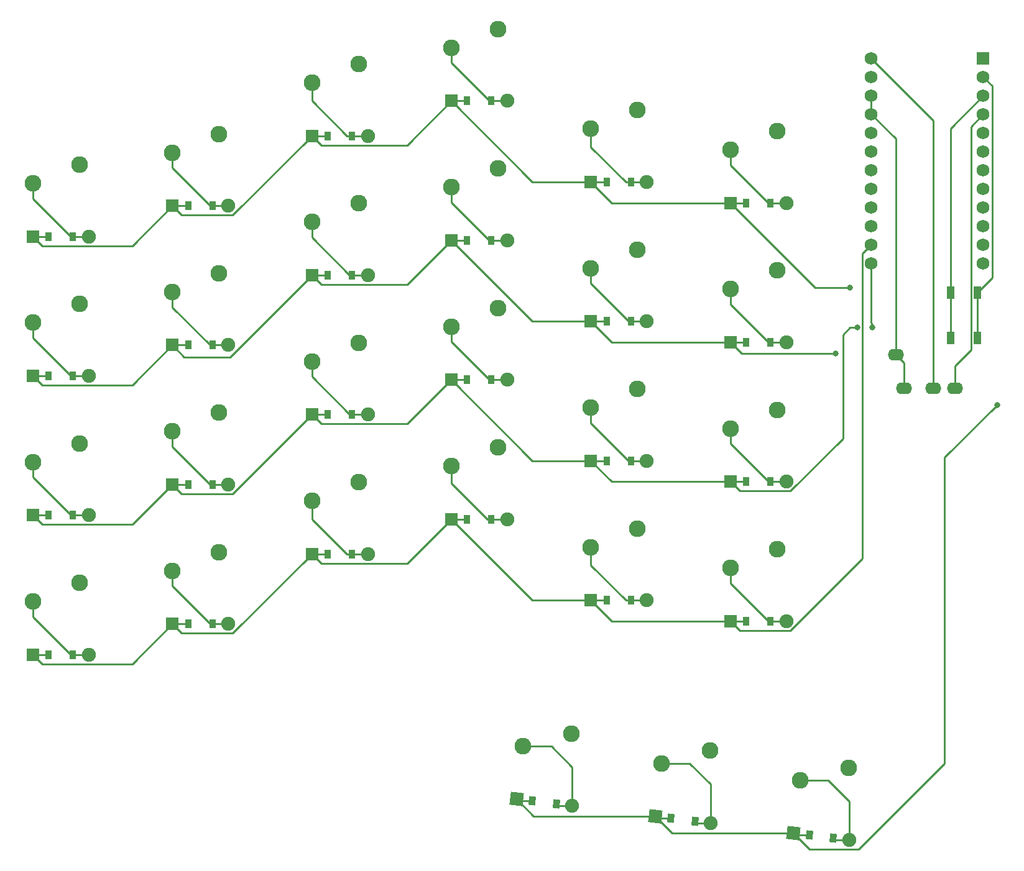
<source format=gbr>
%TF.GenerationSoftware,KiCad,Pcbnew,9.0.1*%
%TF.CreationDate,2025-06-02T17:16:12+02:00*%
%TF.ProjectId,pleiades_l,706c6569-6164-4657-935f-6c2e6b696361,v1.0.0*%
%TF.SameCoordinates,Original*%
%TF.FileFunction,Copper,L1,Top*%
%TF.FilePolarity,Positive*%
%FSLAX46Y46*%
G04 Gerber Fmt 4.6, Leading zero omitted, Abs format (unit mm)*
G04 Created by KiCad (PCBNEW 9.0.1) date 2025-06-02 17:16:12*
%MOMM*%
%LPD*%
G01*
G04 APERTURE LIST*
G04 Aperture macros list*
%AMRotRect*
0 Rectangle, with rotation*
0 The origin of the aperture is its center*
0 $1 length*
0 $2 width*
0 $3 Rotation angle, in degrees counterclockwise*
0 Add horizontal line*
21,1,$1,$2,0,0,$3*%
G04 Aperture macros list end*
%TA.AperFunction,ComponentPad*%
%ADD10C,2.286000*%
%TD*%
%TA.AperFunction,ComponentPad*%
%ADD11R,1.752600X1.752600*%
%TD*%
%TA.AperFunction,ComponentPad*%
%ADD12C,1.752600*%
%TD*%
%TA.AperFunction,SMDPad,CuDef*%
%ADD13R,0.900000X1.200000*%
%TD*%
%TA.AperFunction,ComponentPad*%
%ADD14R,1.778000X1.778000*%
%TD*%
%TA.AperFunction,ComponentPad*%
%ADD15C,1.905000*%
%TD*%
%TA.AperFunction,SMDPad,CuDef*%
%ADD16RotRect,0.900000X1.200000X353.000000*%
%TD*%
%TA.AperFunction,ComponentPad*%
%ADD17RotRect,1.778000X1.778000X353.000000*%
%TD*%
%TA.AperFunction,ComponentPad*%
%ADD18O,2.200000X1.600000*%
%TD*%
%TA.AperFunction,SMDPad,CuDef*%
%ADD19R,1.100000X1.800000*%
%TD*%
%TA.AperFunction,ViaPad*%
%ADD20C,0.800000*%
%TD*%
%TA.AperFunction,Conductor*%
%ADD21C,0.250000*%
%TD*%
G04 APERTURE END LIST*
D10*
%TO.P,S1,1*%
%TO.N,P2*%
X2540000Y2222500D03*
%TO.P,S1,2*%
%TO.N,inner_bot*%
X-3810000Y-317500D03*
%TD*%
%TO.P,S2,1*%
%TO.N,P2*%
X2540000Y21222500D03*
%TO.P,S2,2*%
%TO.N,inner_mid*%
X-3810000Y18682500D03*
%TD*%
%TO.P,S3,1*%
%TO.N,P2*%
X2540000Y40222500D03*
%TO.P,S3,2*%
%TO.N,inner_top*%
X-3810000Y37682500D03*
%TD*%
%TO.P,S4,1*%
%TO.N,P2*%
X2540000Y59222500D03*
%TO.P,S4,2*%
%TO.N,inner_num*%
X-3810000Y56682500D03*
%TD*%
%TO.P,S5,1*%
%TO.N,P3*%
X21540000Y6413500D03*
%TO.P,S5,2*%
%TO.N,pinky_bot*%
X15190000Y3873500D03*
%TD*%
%TO.P,S6,1*%
%TO.N,P3*%
X21540000Y25413500D03*
%TO.P,S6,2*%
%TO.N,pinky_mid*%
X15190000Y22873500D03*
%TD*%
%TO.P,S7,1*%
%TO.N,P3*%
X21540000Y44413500D03*
%TO.P,S7,2*%
%TO.N,pinky_top*%
X15190000Y41873500D03*
%TD*%
%TO.P,S8,1*%
%TO.N,P3*%
X21540000Y63413500D03*
%TO.P,S8,2*%
%TO.N,pinky_num*%
X15190000Y60873500D03*
%TD*%
%TO.P,S9,1*%
%TO.N,P4*%
X40540000Y15938500D03*
%TO.P,S9,2*%
%TO.N,ring_bot*%
X34190000Y13398500D03*
%TD*%
%TO.P,S10,1*%
%TO.N,P4*%
X40540000Y34938500D03*
%TO.P,S10,2*%
%TO.N,ring_mid*%
X34190000Y32398500D03*
%TD*%
%TO.P,S11,1*%
%TO.N,P4*%
X40540000Y53938500D03*
%TO.P,S11,2*%
%TO.N,ring_top*%
X34190000Y51398500D03*
%TD*%
%TO.P,S12,1*%
%TO.N,P4*%
X40540000Y72938500D03*
%TO.P,S12,2*%
%TO.N,ring_num*%
X34190000Y70398500D03*
%TD*%
%TO.P,S13,1*%
%TO.N,P5*%
X59540000Y20701000D03*
%TO.P,S13,2*%
%TO.N,middle_bot*%
X53190000Y18161000D03*
%TD*%
%TO.P,S14,1*%
%TO.N,P5*%
X59540000Y39701000D03*
%TO.P,S14,2*%
%TO.N,middle_mid*%
X53190000Y37161000D03*
%TD*%
%TO.P,S15,1*%
%TO.N,P5*%
X59540000Y58701000D03*
%TO.P,S15,2*%
%TO.N,middle_top*%
X53190000Y56161000D03*
%TD*%
%TO.P,S16,1*%
%TO.N,P5*%
X59540000Y77701000D03*
%TO.P,S16,2*%
%TO.N,middle_num*%
X53190000Y75161000D03*
%TD*%
%TO.P,S17,1*%
%TO.N,P6*%
X78540000Y9652000D03*
%TO.P,S17,2*%
%TO.N,point_bot*%
X72190000Y7112000D03*
%TD*%
%TO.P,S18,1*%
%TO.N,P6*%
X78540000Y28652000D03*
%TO.P,S18,2*%
%TO.N,point_mid*%
X72190000Y26112000D03*
%TD*%
%TO.P,S19,1*%
%TO.N,P6*%
X78540000Y47652000D03*
%TO.P,S19,2*%
%TO.N,point_top*%
X72190000Y45112000D03*
%TD*%
%TO.P,S20,1*%
%TO.N,P6*%
X78540000Y66652000D03*
%TO.P,S20,2*%
%TO.N,point_num*%
X72190000Y64112000D03*
%TD*%
%TO.P,S21,1*%
%TO.N,P7*%
X97540000Y6794500D03*
%TO.P,S21,2*%
%TO.N,pointfar_bot*%
X91190000Y4254500D03*
%TD*%
%TO.P,S22,1*%
%TO.N,P7*%
X97540000Y25794500D03*
%TO.P,S22,2*%
%TO.N,pointfar_mid*%
X91190000Y23254500D03*
%TD*%
%TO.P,S23,1*%
%TO.N,P7*%
X97540000Y44794500D03*
%TO.P,S23,2*%
%TO.N,pointfar_top*%
X91190000Y42254500D03*
%TD*%
%TO.P,S24,1*%
%TO.N,P7*%
X97540000Y63794500D03*
%TO.P,S24,2*%
%TO.N,pointfar_num*%
X91190000Y61254500D03*
%TD*%
%TO.P,S25,1*%
%TO.N,P5*%
X69565163Y-18317914D03*
%TO.P,S25,2*%
%TO.N,alt_main*%
X62952947Y-20065111D03*
%TD*%
%TO.P,S26,1*%
%TO.N,P6*%
X88423540Y-20633431D03*
%TO.P,S26,2*%
%TO.N,mod_main*%
X81811324Y-22380628D03*
%TD*%
%TO.P,S27,1*%
%TO.N,P7*%
X107281917Y-22948949D03*
%TO.P,S27,2*%
%TO.N,space_main*%
X100669701Y-24696146D03*
%TD*%
D11*
%TO.P,MCU1,1*%
%TO.N,RAW*%
X125620000Y73684500D03*
D12*
%TO.P,MCU1,2*%
%TO.N,GND*%
X125620000Y71144500D03*
%TO.P,MCU1,3*%
%TO.N,RST*%
X125620000Y68604500D03*
%TO.P,MCU1,4*%
%TO.N,VCC*%
X125620000Y66064500D03*
%TO.P,MCU1,5*%
%TO.N,P21*%
X125620000Y63524500D03*
%TO.P,MCU1,6*%
%TO.N,P20*%
X125620000Y60984500D03*
%TO.P,MCU1,7*%
%TO.N,P19*%
X125620000Y58444500D03*
%TO.P,MCU1,8*%
%TO.N,P18*%
X125620000Y55904500D03*
%TO.P,MCU1,9*%
%TO.N,P15*%
X125620000Y53364500D03*
%TO.P,MCU1,10*%
%TO.N,P14*%
X125620000Y50824500D03*
%TO.P,MCU1,11*%
%TO.N,P16*%
X125620000Y48284500D03*
%TO.P,MCU1,12*%
%TO.N,P10*%
X125620000Y45744500D03*
%TO.P,MCU1,13*%
%TO.N,P1*%
X110380000Y73684500D03*
%TO.P,MCU1,14*%
%TO.N,P0*%
X110380000Y71144500D03*
%TO.P,MCU1,15*%
%TO.N,GND*%
X110380000Y68604500D03*
%TO.P,MCU1,16*%
X110380000Y66064500D03*
%TO.P,MCU1,17*%
%TO.N,P2*%
X110380000Y63524500D03*
%TO.P,MCU1,18*%
%TO.N,P3*%
X110380000Y60984500D03*
%TO.P,MCU1,19*%
%TO.N,P4*%
X110380000Y58444500D03*
%TO.P,MCU1,20*%
%TO.N,P5*%
X110380000Y55904500D03*
%TO.P,MCU1,21*%
%TO.N,P6*%
X110380000Y53364500D03*
%TO.P,MCU1,22*%
%TO.N,P7*%
X110380000Y50824500D03*
%TO.P,MCU1,23*%
%TO.N,P8*%
X110380000Y48284500D03*
%TO.P,MCU1,24*%
%TO.N,P9*%
X110380000Y45744500D03*
%TD*%
D13*
%TO.P,D1,1*%
%TO.N,P8*%
X-1650000Y-7557500D03*
%TO.P,D1,2*%
%TO.N,inner_bot*%
X1650000Y-7557500D03*
D14*
%TO.P,D1,1*%
%TO.N,P8*%
X-3810000Y-7557500D03*
D15*
%TO.P,D1,2*%
%TO.N,inner_bot*%
X3810000Y-7557500D03*
%TD*%
D13*
%TO.P,D2,1*%
%TO.N,P9*%
X-1650000Y11442500D03*
%TO.P,D2,2*%
%TO.N,inner_mid*%
X1650000Y11442500D03*
D14*
%TO.P,D2,1*%
%TO.N,P9*%
X-3810000Y11442500D03*
D15*
%TO.P,D2,2*%
%TO.N,inner_mid*%
X3810000Y11442500D03*
%TD*%
D13*
%TO.P,D3,1*%
%TO.N,P10*%
X-1650000Y30442500D03*
%TO.P,D3,2*%
%TO.N,inner_top*%
X1650000Y30442500D03*
D14*
%TO.P,D3,1*%
%TO.N,P10*%
X-3810000Y30442500D03*
D15*
%TO.P,D3,2*%
%TO.N,inner_top*%
X3810000Y30442500D03*
%TD*%
D13*
%TO.P,D4,1*%
%TO.N,P16*%
X-1650000Y49442500D03*
%TO.P,D4,2*%
%TO.N,inner_num*%
X1650000Y49442500D03*
D14*
%TO.P,D4,1*%
%TO.N,P16*%
X-3810000Y49442500D03*
D15*
%TO.P,D4,2*%
%TO.N,inner_num*%
X3810000Y49442500D03*
%TD*%
D13*
%TO.P,D5,1*%
%TO.N,P8*%
X17350000Y-3366500D03*
%TO.P,D5,2*%
%TO.N,pinky_bot*%
X20650000Y-3366500D03*
D14*
%TO.P,D5,1*%
%TO.N,P8*%
X15190000Y-3366500D03*
D15*
%TO.P,D5,2*%
%TO.N,pinky_bot*%
X22810000Y-3366500D03*
%TD*%
D13*
%TO.P,D6,1*%
%TO.N,P9*%
X17350000Y15633500D03*
%TO.P,D6,2*%
%TO.N,pinky_mid*%
X20650000Y15633500D03*
D14*
%TO.P,D6,1*%
%TO.N,P9*%
X15190000Y15633500D03*
D15*
%TO.P,D6,2*%
%TO.N,pinky_mid*%
X22810000Y15633500D03*
%TD*%
D13*
%TO.P,D7,1*%
%TO.N,P10*%
X17350000Y34633500D03*
%TO.P,D7,2*%
%TO.N,pinky_top*%
X20650000Y34633500D03*
D14*
%TO.P,D7,1*%
%TO.N,P10*%
X15190000Y34633500D03*
D15*
%TO.P,D7,2*%
%TO.N,pinky_top*%
X22810000Y34633500D03*
%TD*%
D13*
%TO.P,D8,1*%
%TO.N,P16*%
X17350000Y53633500D03*
%TO.P,D8,2*%
%TO.N,pinky_num*%
X20650000Y53633500D03*
D14*
%TO.P,D8,1*%
%TO.N,P16*%
X15190000Y53633500D03*
D15*
%TO.P,D8,2*%
%TO.N,pinky_num*%
X22810000Y53633500D03*
%TD*%
D13*
%TO.P,D9,1*%
%TO.N,P8*%
X36350000Y6158500D03*
%TO.P,D9,2*%
%TO.N,ring_bot*%
X39650000Y6158500D03*
D14*
%TO.P,D9,1*%
%TO.N,P8*%
X34190000Y6158500D03*
D15*
%TO.P,D9,2*%
%TO.N,ring_bot*%
X41810000Y6158500D03*
%TD*%
D13*
%TO.P,D10,1*%
%TO.N,P9*%
X36350000Y25158500D03*
%TO.P,D10,2*%
%TO.N,ring_mid*%
X39650000Y25158500D03*
D14*
%TO.P,D10,1*%
%TO.N,P9*%
X34190000Y25158500D03*
D15*
%TO.P,D10,2*%
%TO.N,ring_mid*%
X41810000Y25158500D03*
%TD*%
D13*
%TO.P,D11,1*%
%TO.N,P10*%
X36350000Y44158500D03*
%TO.P,D11,2*%
%TO.N,ring_top*%
X39650000Y44158500D03*
D14*
%TO.P,D11,1*%
%TO.N,P10*%
X34190000Y44158500D03*
D15*
%TO.P,D11,2*%
%TO.N,ring_top*%
X41810000Y44158500D03*
%TD*%
D13*
%TO.P,D12,1*%
%TO.N,P16*%
X36350000Y63158500D03*
%TO.P,D12,2*%
%TO.N,ring_num*%
X39650000Y63158500D03*
D14*
%TO.P,D12,1*%
%TO.N,P16*%
X34190000Y63158500D03*
D15*
%TO.P,D12,2*%
%TO.N,ring_num*%
X41810000Y63158500D03*
%TD*%
D13*
%TO.P,D13,1*%
%TO.N,P8*%
X55350000Y10921000D03*
%TO.P,D13,2*%
%TO.N,middle_bot*%
X58650000Y10921000D03*
D14*
%TO.P,D13,1*%
%TO.N,P8*%
X53190000Y10921000D03*
D15*
%TO.P,D13,2*%
%TO.N,middle_bot*%
X60810000Y10921000D03*
%TD*%
D13*
%TO.P,D14,1*%
%TO.N,P9*%
X55350000Y29921000D03*
%TO.P,D14,2*%
%TO.N,middle_mid*%
X58650000Y29921000D03*
D14*
%TO.P,D14,1*%
%TO.N,P9*%
X53190000Y29921000D03*
D15*
%TO.P,D14,2*%
%TO.N,middle_mid*%
X60810000Y29921000D03*
%TD*%
D13*
%TO.P,D15,1*%
%TO.N,P10*%
X55350000Y48921000D03*
%TO.P,D15,2*%
%TO.N,middle_top*%
X58650000Y48921000D03*
D14*
%TO.P,D15,1*%
%TO.N,P10*%
X53190000Y48921000D03*
D15*
%TO.P,D15,2*%
%TO.N,middle_top*%
X60810000Y48921000D03*
%TD*%
D13*
%TO.P,D16,1*%
%TO.N,P16*%
X55350000Y67921000D03*
%TO.P,D16,2*%
%TO.N,middle_num*%
X58650000Y67921000D03*
D14*
%TO.P,D16,1*%
%TO.N,P16*%
X53190000Y67921000D03*
D15*
%TO.P,D16,2*%
%TO.N,middle_num*%
X60810000Y67921000D03*
%TD*%
D13*
%TO.P,D17,1*%
%TO.N,P8*%
X74350000Y-128000D03*
%TO.P,D17,2*%
%TO.N,point_bot*%
X77650000Y-128000D03*
D14*
%TO.P,D17,1*%
%TO.N,P8*%
X72190000Y-128000D03*
D15*
%TO.P,D17,2*%
%TO.N,point_bot*%
X79810000Y-128000D03*
%TD*%
D13*
%TO.P,D18,1*%
%TO.N,P9*%
X74350000Y18872000D03*
%TO.P,D18,2*%
%TO.N,point_mid*%
X77650000Y18872000D03*
D14*
%TO.P,D18,1*%
%TO.N,P9*%
X72190000Y18872000D03*
D15*
%TO.P,D18,2*%
%TO.N,point_mid*%
X79810000Y18872000D03*
%TD*%
D13*
%TO.P,D19,1*%
%TO.N,P10*%
X74350000Y37872000D03*
%TO.P,D19,2*%
%TO.N,point_top*%
X77650000Y37872000D03*
D14*
%TO.P,D19,1*%
%TO.N,P10*%
X72190000Y37872000D03*
D15*
%TO.P,D19,2*%
%TO.N,point_top*%
X79810000Y37872000D03*
%TD*%
D13*
%TO.P,D20,1*%
%TO.N,P16*%
X74350000Y56872000D03*
%TO.P,D20,2*%
%TO.N,point_num*%
X77650000Y56872000D03*
D14*
%TO.P,D20,1*%
%TO.N,P16*%
X72190000Y56872000D03*
D15*
%TO.P,D20,2*%
%TO.N,point_num*%
X79810000Y56872000D03*
%TD*%
D13*
%TO.P,D21,1*%
%TO.N,P8*%
X93350000Y-2985500D03*
%TO.P,D21,2*%
%TO.N,pointfar_bot*%
X96650000Y-2985500D03*
D14*
%TO.P,D21,1*%
%TO.N,P8*%
X91190000Y-2985500D03*
D15*
%TO.P,D21,2*%
%TO.N,pointfar_bot*%
X98810000Y-2985500D03*
%TD*%
D13*
%TO.P,D22,1*%
%TO.N,P9*%
X93350000Y16014500D03*
%TO.P,D22,2*%
%TO.N,pointfar_mid*%
X96650000Y16014500D03*
D14*
%TO.P,D22,1*%
%TO.N,P9*%
X91190000Y16014500D03*
D15*
%TO.P,D22,2*%
%TO.N,pointfar_mid*%
X98810000Y16014500D03*
%TD*%
D13*
%TO.P,D23,1*%
%TO.N,P10*%
X93350000Y35014500D03*
%TO.P,D23,2*%
%TO.N,pointfar_top*%
X96650000Y35014500D03*
D14*
%TO.P,D23,1*%
%TO.N,P10*%
X91190000Y35014500D03*
D15*
%TO.P,D23,2*%
%TO.N,pointfar_top*%
X98810000Y35014500D03*
%TD*%
D13*
%TO.P,D24,1*%
%TO.N,P16*%
X93350000Y54014500D03*
%TO.P,D24,2*%
%TO.N,pointfar_num*%
X96650000Y54014500D03*
D14*
%TO.P,D24,1*%
%TO.N,P16*%
X91190000Y54014500D03*
D15*
%TO.P,D24,2*%
%TO.N,pointfar_num*%
X98810000Y54014500D03*
%TD*%
D16*
%TO.P,D25,1*%
%TO.N,P14*%
X64214513Y-27514383D03*
%TO.P,D25,2*%
%TO.N,alt_main*%
X67489915Y-27916551D03*
D17*
%TO.P,D25,1*%
%TO.N,P14*%
X62070613Y-27251145D03*
D15*
%TO.P,D25,2*%
%TO.N,alt_main*%
X69633815Y-28179789D03*
%TD*%
D16*
%TO.P,D26,1*%
%TO.N,P14*%
X83072890Y-29829900D03*
%TO.P,D26,2*%
%TO.N,mod_main*%
X86348292Y-30232068D03*
D17*
%TO.P,D26,1*%
%TO.N,P14*%
X80928990Y-29566662D03*
D15*
%TO.P,D26,2*%
%TO.N,mod_main*%
X88492192Y-30495306D03*
%TD*%
D16*
%TO.P,D27,1*%
%TO.N,P14*%
X101931267Y-32145418D03*
%TO.P,D27,2*%
%TO.N,space_main*%
X105206669Y-32547586D03*
D17*
%TO.P,D27,1*%
%TO.N,P14*%
X99787367Y-31882180D03*
D15*
%TO.P,D27,2*%
%TO.N,space_main*%
X107350569Y-32810824D03*
%TD*%
D18*
%TO.P,TRRS1,1*%
%TO.N,GND*%
X113700000Y33314500D03*
%TO.P,TRRS1,2*%
X114800000Y28714500D03*
%TO.P,TRRS1,3*%
%TO.N,P1*%
X118800000Y28714500D03*
%TO.P,TRRS1,4*%
%TO.N,VCC*%
X121800000Y28714500D03*
%TD*%
D19*
%TO.P,B1,1*%
%TO.N,RST*%
X121150000Y35614500D03*
X121150000Y41814500D03*
%TO.P,B1,2*%
%TO.N,GND*%
X124850000Y35614500D03*
X124850000Y41814500D03*
%TD*%
D20*
%TO.N,P16*%
X107500000Y42500000D03*
%TO.N,P10*%
X105500000Y33500000D03*
%TO.N,P9*%
X110500000Y37000000D03*
X108452700Y37000000D03*
%TO.N,P14*%
X127500000Y26500000D03*
%TD*%
D21*
%TO.N,GND*%
X110380000Y66064500D02*
X110380000Y68604500D01*
X113700000Y33314500D02*
X113700000Y62744500D01*
X113700000Y62744500D02*
X110380000Y66064500D01*
%TO.N,P16*%
X102704500Y42500000D02*
X107500000Y42500000D01*
X91190000Y54014500D02*
X102704500Y42500000D01*
%TO.N,P10*%
X91190000Y35014500D02*
X92704500Y33500000D01*
X92704500Y33500000D02*
X105500000Y33500000D01*
%TO.N,P9*%
X110500000Y37500000D02*
X110380000Y37620000D01*
X110500000Y37000000D02*
X110500000Y37500000D01*
X110380000Y37620000D02*
X110380000Y45744500D01*
X106500000Y36000000D02*
X107500000Y37000000D01*
X106500000Y21896427D02*
X106500000Y36000000D01*
X99339573Y14736000D02*
X106500000Y21896427D01*
X107500000Y37000000D02*
X108452700Y37000000D01*
X92468500Y14736000D02*
X99339573Y14736000D01*
X91190000Y16014500D02*
X92468500Y14736000D01*
%TO.N,P8*%
X109177700Y47082200D02*
X110380000Y48284500D01*
X109177700Y5574127D02*
X109177700Y47082200D01*
X92468500Y-4264000D02*
X99339573Y-4264000D01*
X99339573Y-4264000D02*
X109177700Y5574127D01*
X91190000Y-2985500D02*
X92468500Y-4264000D01*
%TO.N,P14*%
X120325292Y19325292D02*
X127500000Y26500000D01*
X120325292Y-22385245D02*
X120325292Y19325292D01*
X108621213Y-34089324D02*
X120325292Y-22385245D01*
X101994511Y-34089324D02*
X108621213Y-34089324D01*
X99787367Y-31882180D02*
X101994511Y-34089324D01*
%TO.N,P8*%
X75047500Y-2985500D02*
X91190000Y-2985500D01*
X72190000Y-128000D02*
X75047500Y-2985500D01*
X64239000Y-128000D02*
X72190000Y-128000D01*
X53190000Y10921000D02*
X64239000Y-128000D01*
X35468500Y4880000D02*
X47149000Y4880000D01*
X47149000Y4880000D02*
X53190000Y10921000D01*
X34190000Y6158500D02*
X35468500Y4880000D01*
X23386500Y-4645000D02*
X34190000Y6158500D01*
X16468500Y-4645000D02*
X23386500Y-4645000D01*
X15190000Y-3366500D02*
X16468500Y-4645000D01*
X-2531500Y-8836000D02*
X9720500Y-8836000D01*
X-3810000Y-7557500D02*
X-2531500Y-8836000D01*
X9720500Y-8836000D02*
X15190000Y-3366500D01*
%TO.N,P9*%
X75047500Y16014500D02*
X91190000Y16014500D01*
X72190000Y18872000D02*
X75047500Y16014500D01*
X53190000Y29921000D02*
X64239000Y18872000D01*
X64239000Y18872000D02*
X72190000Y18872000D01*
X47149000Y23880000D02*
X53190000Y29921000D01*
X35468500Y23880000D02*
X47149000Y23880000D01*
X34190000Y25158500D02*
X35468500Y23880000D01*
X23386500Y14355000D02*
X34190000Y25158500D01*
X16468500Y14355000D02*
X23386500Y14355000D01*
X15190000Y15633500D02*
X16468500Y14355000D01*
X9720500Y10164000D02*
X15190000Y15633500D01*
X-2531500Y10164000D02*
X9720500Y10164000D01*
X-3810000Y11442500D02*
X-2531500Y10164000D01*
%TO.N,P10*%
X75047500Y35014500D02*
X91190000Y35014500D01*
X72190000Y37872000D02*
X75047500Y35014500D01*
X64239000Y37872000D02*
X72190000Y37872000D01*
X53190000Y48921000D02*
X64239000Y37872000D01*
X35468500Y42880000D02*
X47149000Y42880000D01*
X34190000Y44158500D02*
X35468500Y42880000D01*
X47149000Y42880000D02*
X53190000Y48921000D01*
X16816520Y33006980D02*
X23038480Y33006980D01*
X15190000Y34633500D02*
X16816520Y33006980D01*
X23038480Y33006980D02*
X34190000Y44158500D01*
X9720500Y29164000D02*
X15190000Y34633500D01*
X-2531500Y29164000D02*
X9720500Y29164000D01*
X-3810000Y30442500D02*
X-2531500Y29164000D01*
%TO.N,P16*%
X75047500Y54014500D02*
X91190000Y54014500D01*
X72190000Y56872000D02*
X75047500Y54014500D01*
X64239000Y56872000D02*
X72190000Y56872000D01*
X53190000Y67921000D02*
X64239000Y56872000D01*
X47149000Y61880000D02*
X53190000Y67921000D01*
X35468500Y61880000D02*
X47149000Y61880000D01*
X34190000Y63158500D02*
X35468500Y61880000D01*
X16468500Y52355000D02*
X23386500Y52355000D01*
X15190000Y53633500D02*
X16468500Y52355000D01*
X23386500Y52355000D02*
X34190000Y63158500D01*
X9720500Y48164000D02*
X15190000Y53633500D01*
X-2531500Y48164000D02*
X9720500Y48164000D01*
X-3810000Y49442500D02*
X-2531500Y48164000D01*
%TO.N,P14*%
X80928990Y-29566662D02*
X83244508Y-31882180D01*
X83244508Y-31882180D02*
X99787367Y-31882180D01*
X62070613Y-27251145D02*
X64386130Y-29566662D01*
X64386130Y-29566662D02*
X80928990Y-29566662D01*
%TO.N,space_main*%
X105469907Y-32810824D02*
X105206669Y-32547586D01*
X107350569Y-32810824D02*
X105469907Y-32810824D01*
%TO.N,mod_main*%
X86611530Y-30495306D02*
X86348292Y-30232068D01*
X88492192Y-30495306D02*
X86611530Y-30495306D01*
%TO.N,alt_main*%
X67753153Y-28179789D02*
X67489915Y-27916551D01*
X69633815Y-28179789D02*
X67753153Y-28179789D01*
X66791156Y-20065111D02*
X69633815Y-22907770D01*
X69633815Y-22907770D02*
X69633815Y-28179789D01*
X62952947Y-20065111D02*
X66791156Y-20065111D01*
%TO.N,space_main*%
X107350569Y-27538805D02*
X107350569Y-32810824D01*
X104507910Y-24696146D02*
X107350569Y-27538805D01*
X100669701Y-24696146D02*
X104507910Y-24696146D01*
%TO.N,mod_main*%
X88492192Y-25223287D02*
X88492192Y-30495306D01*
X81811324Y-22380628D02*
X85649533Y-22380628D01*
X85649533Y-22380628D02*
X88492192Y-25223287D01*
%TO.N,P14*%
X100050605Y-32145418D02*
X99787367Y-31882180D01*
X101931267Y-32145418D02*
X100050605Y-32145418D01*
X81192228Y-29829900D02*
X80928990Y-29566662D01*
X83072890Y-29829900D02*
X81192228Y-29829900D01*
X62333851Y-27514383D02*
X62070613Y-27251145D01*
X64214513Y-27514383D02*
X62333851Y-27514383D01*
%TO.N,P8*%
X-3810000Y-7557500D02*
X-1650000Y-7557500D01*
X17350000Y-3366500D02*
X15190000Y-3366500D01*
X74350000Y-128000D02*
X72190000Y-128000D01*
X93350000Y-2985500D02*
X91190000Y-2985500D01*
%TO.N,P9*%
X93350000Y16014500D02*
X91190000Y16014500D01*
X74350000Y18872000D02*
X72190000Y18872000D01*
%TO.N,P8*%
X55350000Y10921000D02*
X53190000Y10921000D01*
X36350000Y6158500D02*
X34190000Y6158500D01*
%TO.N,P9*%
X17350000Y15633500D02*
X15190000Y15633500D01*
X-1650000Y11442500D02*
X-3810000Y11442500D01*
%TO.N,P10*%
X-1650000Y30442500D02*
X-3810000Y30442500D01*
X17350000Y34633500D02*
X15190000Y34633500D01*
X55350000Y48921000D02*
X53190000Y48921000D01*
X36350000Y44158500D02*
X34190000Y44158500D01*
%TO.N,P9*%
X36350000Y25158500D02*
X34190000Y25158500D01*
X55350000Y29921000D02*
X53190000Y29921000D01*
%TO.N,P10*%
X74350000Y37872000D02*
X72190000Y37872000D01*
X93350000Y35014500D02*
X91190000Y35014500D01*
%TO.N,P16*%
X93350000Y54014500D02*
X91190000Y54014500D01*
X74350000Y56872000D02*
X72190000Y56872000D01*
X55350000Y67921000D02*
X53190000Y67921000D01*
X36350000Y63158500D02*
X34190000Y63158500D01*
X17350000Y53633500D02*
X15190000Y53633500D01*
X-1650000Y49442500D02*
X-3810000Y49442500D01*
%TO.N,VCC*%
X123974000Y64418500D02*
X125620000Y66064500D01*
X123974000Y33974000D02*
X123974000Y64418500D01*
X121800000Y31800000D02*
X123974000Y33974000D01*
X121800000Y28714500D02*
X121800000Y31800000D01*
%TO.N,P1*%
X118800000Y65264500D02*
X110380000Y73684500D01*
X118800000Y28714500D02*
X118800000Y65264500D01*
%TO.N,GND*%
X126822300Y69942200D02*
X125620000Y71144500D01*
X126822300Y43786800D02*
X126822300Y69942200D01*
X124850000Y41814500D02*
X126822300Y43786800D01*
%TO.N,RST*%
X121150000Y64134500D02*
X125620000Y68604500D01*
X121150000Y41814500D02*
X121150000Y64134500D01*
X121150000Y35614500D02*
X121150000Y41814500D01*
%TO.N,GND*%
X114800000Y32214500D02*
X113700000Y33314500D01*
X114800000Y28714500D02*
X114800000Y32214500D01*
X124850000Y35614500D02*
X124850000Y41814500D01*
%TO.N,point_bot*%
X72190000Y7112000D02*
X72190000Y4632000D01*
X72190000Y4632000D02*
X76950000Y-128000D01*
X76950000Y-128000D02*
X79810000Y-128000D01*
%TO.N,pointfar_bot*%
X96348455Y-2985500D02*
X98810000Y-2985500D01*
X91190000Y4254500D02*
X91190000Y2172955D01*
X91190000Y2172955D02*
X96348455Y-2985500D01*
%TO.N,space_main*%
X107087331Y-32547586D02*
X107350569Y-32810824D01*
%TO.N,mod_main*%
X88228954Y-30232068D02*
X88492192Y-30495306D01*
%TO.N,alt_main*%
X69370577Y-27916551D02*
X69633815Y-28179789D01*
%TO.N,pinky_bot*%
X20348455Y-3366500D02*
X22810000Y-3366500D01*
X15190000Y1791955D02*
X20348455Y-3366500D01*
X15190000Y3873500D02*
X15190000Y1791955D01*
%TO.N,inner_bot*%
X1348455Y-7557500D02*
X3810000Y-7557500D01*
X-3810000Y-2399045D02*
X1348455Y-7557500D01*
X-3810000Y-317500D02*
X-3810000Y-2399045D01*
%TO.N,inner_mid*%
X1348455Y11442500D02*
X3810000Y11442500D01*
X-3810000Y16600955D02*
X1348455Y11442500D01*
X-3810000Y18682500D02*
X-3810000Y16600955D01*
%TO.N,middle_mid*%
X58348455Y29921000D02*
X60810000Y29921000D01*
X53190000Y35079455D02*
X58348455Y29921000D01*
X53190000Y37161000D02*
X53190000Y35079455D01*
%TO.N,ring_mid*%
X39348455Y25158500D02*
X41810000Y25158500D01*
X34190000Y30316955D02*
X39348455Y25158500D01*
X34190000Y32398500D02*
X34190000Y30316955D01*
%TO.N,pinky_mid*%
X20348455Y15633500D02*
X22810000Y15633500D01*
X15190000Y20791955D02*
X20348455Y15633500D01*
X15190000Y22873500D02*
X15190000Y20791955D01*
%TO.N,ring_bot*%
X38950000Y6158500D02*
X41810000Y6158500D01*
X34190000Y10918500D02*
X38950000Y6158500D01*
X34190000Y13398500D02*
X34190000Y10918500D01*
%TO.N,middle_bot*%
X58079000Y10921000D02*
X60810000Y10921000D01*
X53190000Y15810000D02*
X58079000Y10921000D01*
X53190000Y18161000D02*
X53190000Y15810000D01*
%TO.N,point_mid*%
X77348455Y18872000D02*
X79810000Y18872000D01*
X72190000Y24030455D02*
X77348455Y18872000D01*
X72190000Y26112000D02*
X72190000Y24030455D01*
%TO.N,pointfar_mid*%
X91190000Y21172955D02*
X96348455Y16014500D01*
X91190000Y23254500D02*
X91190000Y21172955D01*
X96348455Y16014500D02*
X98810000Y16014500D01*
%TO.N,pointfar_top*%
X96348455Y35014500D02*
X98810000Y35014500D01*
X91190000Y40172955D02*
X96348455Y35014500D01*
X91190000Y42254500D02*
X91190000Y40172955D01*
%TO.N,point_top*%
X77348455Y37872000D02*
X79810000Y37872000D01*
X72190000Y43030455D02*
X77348455Y37872000D01*
X72190000Y45112000D02*
X72190000Y43030455D01*
%TO.N,middle_top*%
X53190000Y54079455D02*
X58348455Y48921000D01*
X53190000Y56161000D02*
X53190000Y54079455D01*
X58348455Y48921000D02*
X60810000Y48921000D01*
%TO.N,ring_top*%
X39348455Y44158500D02*
X41810000Y44158500D01*
X34190000Y49316955D02*
X39348455Y44158500D01*
X34190000Y51398500D02*
X34190000Y49316955D01*
%TO.N,pinky_top*%
X20348455Y34633500D02*
X22810000Y34633500D01*
X15190000Y39791955D02*
X20348455Y34633500D01*
X15190000Y41873500D02*
X15190000Y39791955D01*
%TO.N,inner_top*%
X1348455Y30442500D02*
X3810000Y30442500D01*
X-3810000Y35600955D02*
X1348455Y30442500D01*
X-3810000Y37682500D02*
X-3810000Y35600955D01*
%TO.N,pointfar_num*%
X96348455Y54014500D02*
X98810000Y54014500D01*
X91190000Y59172955D02*
X96348455Y54014500D01*
X91190000Y61254500D02*
X91190000Y59172955D01*
%TO.N,point_num*%
X72190000Y61632000D02*
X76950000Y56872000D01*
X72190000Y64112000D02*
X72190000Y61632000D01*
X76950000Y56872000D02*
X79810000Y56872000D01*
%TO.N,middle_num*%
X53190000Y73079455D02*
X58348455Y67921000D01*
X58348455Y67921000D02*
X60810000Y67921000D01*
X53190000Y75161000D02*
X53190000Y73079455D01*
%TO.N,ring_num*%
X38950000Y63158500D02*
X41810000Y63158500D01*
X34190000Y67918500D02*
X38950000Y63158500D01*
X34190000Y70398500D02*
X34190000Y67918500D01*
%TO.N,pinky_num*%
X15190000Y58791955D02*
X20348455Y53633500D01*
X20348455Y53633500D02*
X22810000Y53633500D01*
X15190000Y60873500D02*
X15190000Y58791955D01*
%TO.N,inner_num*%
X1348455Y49442500D02*
X3810000Y49442500D01*
X-3810000Y56682500D02*
X-3810000Y54600955D01*
X-3810000Y54600955D02*
X1348455Y49442500D01*
%TD*%
M02*

</source>
